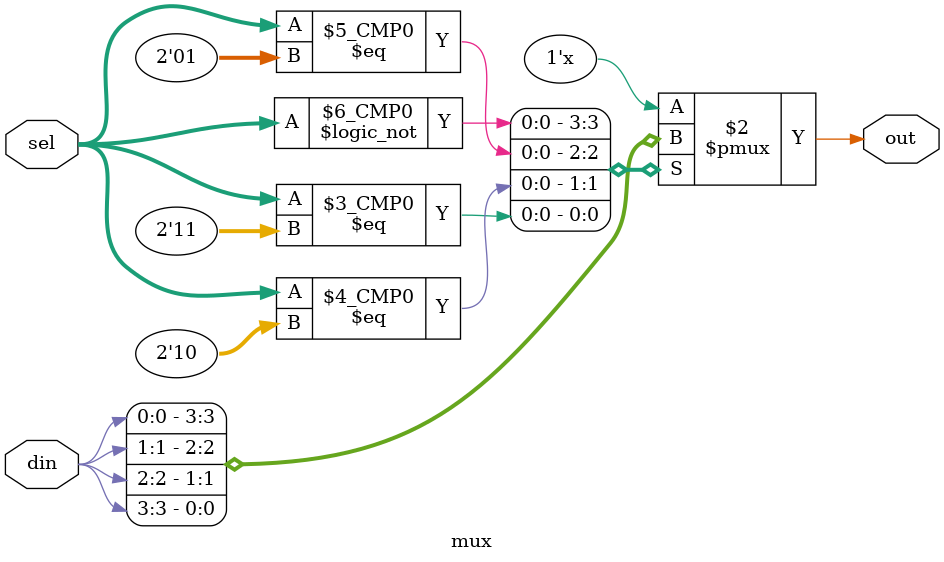
<source format=v>
module mux (
    input [1:0] sel,
    input [3:0] din,
    output reg out
);
    always @(*) begin
        case (sel)
            2'b00: out = din[0];
            2'b01: out = din[1];
            2'b10: out = din[2];
            2'b11: out = din[3];
        endcase
    end
endmodule

</source>
